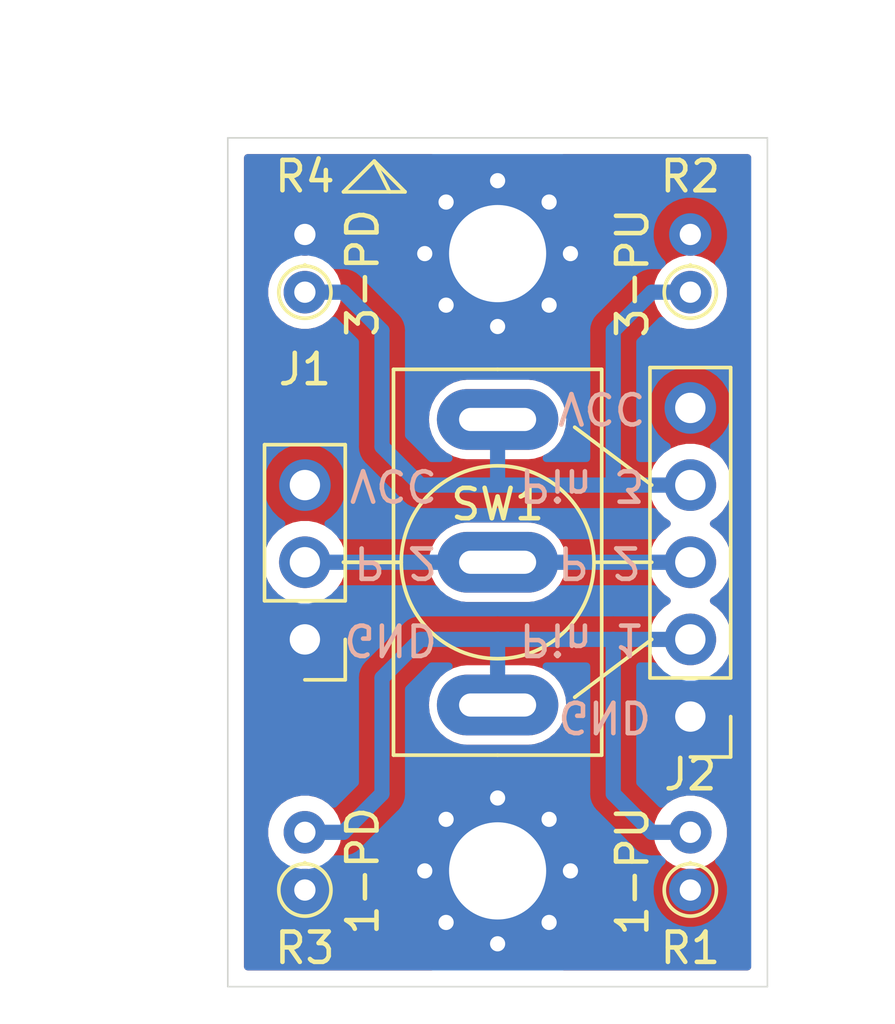
<source format=kicad_pcb>
(kicad_pcb (version 20171130) (host pcbnew "(5.1.10)-1")

  (general
    (thickness 1.6)
    (drawings 27)
    (tracks 23)
    (zones 0)
    (modules 9)
    (nets 6)
  )

  (page A4)
  (layers
    (0 F.Cu signal)
    (31 B.Cu signal)
    (32 B.Adhes user)
    (33 F.Adhes user)
    (34 B.Paste user)
    (35 F.Paste user)
    (36 B.SilkS user)
    (37 F.SilkS user)
    (38 B.Mask user)
    (39 F.Mask user)
    (40 Dwgs.User user)
    (41 Cmts.User user)
    (42 Eco1.User user)
    (43 Eco2.User user)
    (44 Edge.Cuts user)
    (45 Margin user)
    (46 B.CrtYd user)
    (47 F.CrtYd user)
    (48 B.Fab user)
    (49 F.Fab user)
  )

  (setup
    (last_trace_width 0.25)
    (user_trace_width 0.5)
    (trace_clearance 0.2)
    (zone_clearance 0.508)
    (zone_45_only no)
    (trace_min 0.2)
    (via_size 0.8)
    (via_drill 0.4)
    (via_min_size 0.4)
    (via_min_drill 0.3)
    (uvia_size 0.3)
    (uvia_drill 0.1)
    (uvias_allowed no)
    (uvia_min_size 0.2)
    (uvia_min_drill 0.1)
    (edge_width 0.05)
    (segment_width 0.2)
    (pcb_text_width 0.3)
    (pcb_text_size 1.5 1.5)
    (mod_edge_width 0.12)
    (mod_text_size 1 1)
    (mod_text_width 0.15)
    (pad_size 1.524 1.524)
    (pad_drill 0.762)
    (pad_to_mask_clearance 0)
    (aux_axis_origin 0 0)
    (visible_elements 7FFFFFFF)
    (pcbplotparams
      (layerselection 0x010fc_ffffffff)
      (usegerberextensions false)
      (usegerberattributes true)
      (usegerberadvancedattributes true)
      (creategerberjobfile true)
      (excludeedgelayer true)
      (linewidth 0.100000)
      (plotframeref false)
      (viasonmask false)
      (mode 1)
      (useauxorigin false)
      (hpglpennumber 1)
      (hpglpenspeed 20)
      (hpglpendiameter 15.000000)
      (psnegative false)
      (psa4output false)
      (plotreference true)
      (plotvalue true)
      (plotinvisibletext false)
      (padsonsilk false)
      (subtractmaskfromsilk false)
      (outputformat 1)
      (mirror false)
      (drillshape 0)
      (scaleselection 1)
      (outputdirectory "gerber/"))
  )

  (net 0 "")
  (net 1 "Net-(J1-Pad2)")
  (net 2 GND)
  (net 3 VCC)
  (net 4 "Net-(J2-Pad2)")
  (net 5 "Net-(J2-Pad4)")

  (net_class Default "This is the default net class."
    (clearance 0.2)
    (trace_width 0.25)
    (via_dia 0.8)
    (via_drill 0.4)
    (uvia_dia 0.3)
    (uvia_drill 0.1)
    (add_net GND)
    (add_net "Net-(J1-Pad2)")
    (add_net "Net-(J2-Pad2)")
    (add_net "Net-(J2-Pad4)")
    (add_net VCC)
  )

  (module Mounting_Holes:MountingHole_3.2mm_M3_Pad_Via (layer F.Cu) (tedit 56DDBCCA) (tstamp 613456EC)
    (at 166.37 95.25)
    (descr "Mounting Hole 3.2mm, M3")
    (tags "mounting hole 3.2mm m3")
    (path /6135844A)
    (attr virtual)
    (fp_text reference H1 (at 0 0) (layer F.SilkS) hide
      (effects (font (size 1 1) (thickness 0.15)))
    )
    (fp_text value MountingHole_Pad (at 0 4.2) (layer F.Fab)
      (effects (font (size 1 1) (thickness 0.15)))
    )
    (fp_circle (center 0 0) (end 3.2 0) (layer Cmts.User) (width 0.15))
    (fp_circle (center 0 0) (end 3.45 0) (layer F.CrtYd) (width 0.05))
    (fp_text user %R (at 0.3 0) (layer F.Fab)
      (effects (font (size 1 1) (thickness 0.15)))
    )
    (pad 1 thru_hole circle (at 0 0) (size 6.4 6.4) (drill 3.2) (layers *.Cu *.Mask)
      (net 2 GND))
    (pad 1 thru_hole circle (at 2.4 0) (size 0.8 0.8) (drill 0.5) (layers *.Cu *.Mask)
      (net 2 GND))
    (pad 1 thru_hole circle (at 1.697056 1.697056) (size 0.8 0.8) (drill 0.5) (layers *.Cu *.Mask)
      (net 2 GND))
    (pad 1 thru_hole circle (at 0 2.4) (size 0.8 0.8) (drill 0.5) (layers *.Cu *.Mask)
      (net 2 GND))
    (pad 1 thru_hole circle (at -1.697056 1.697056) (size 0.8 0.8) (drill 0.5) (layers *.Cu *.Mask)
      (net 2 GND))
    (pad 1 thru_hole circle (at -2.4 0) (size 0.8 0.8) (drill 0.5) (layers *.Cu *.Mask)
      (net 2 GND))
    (pad 1 thru_hole circle (at -1.697056 -1.697056) (size 0.8 0.8) (drill 0.5) (layers *.Cu *.Mask)
      (net 2 GND))
    (pad 1 thru_hole circle (at 0 -2.4) (size 0.8 0.8) (drill 0.5) (layers *.Cu *.Mask)
      (net 2 GND))
    (pad 1 thru_hole circle (at 1.697056 -1.697056) (size 0.8 0.8) (drill 0.5) (layers *.Cu *.Mask)
      (net 2 GND))
  )

  (module "Sebs:Salecom T80-T T8013" (layer F.Cu) (tedit 6134B3EE) (tstamp 61344D3A)
    (at 166.37 105.41)
    (path /61346AE9)
    (fp_text reference SW1 (at 0 -1.905 180) (layer F.SilkS)
      (effects (font (size 1 1) (thickness 0.15)))
    )
    (fp_text value SC-T80-8013 (at -0.1 -9.8) (layer F.Fab)
      (effects (font (size 1 1) (thickness 0.15)))
    )
    (fp_line (start 0 6.35) (end 3.43 6.35) (layer F.SilkS) (width 0.12))
    (fp_circle (center 0 0) (end 3.175 0) (layer F.SilkS) (width 0.12))
    (fp_line (start -3.43 6.35) (end 0 6.35) (layer F.SilkS) (width 0.12))
    (fp_line (start 0 -6.35) (end 3.43 -6.35) (layer F.SilkS) (width 0.12))
    (fp_line (start 0 -6.35) (end -3.43 -6.35) (layer F.SilkS) (width 0.12))
    (fp_line (start 3.43 6.35) (end 3.43 -6.35) (layer F.SilkS) (width 0.12))
    (fp_line (start -3.43 -6.35) (end -3.43 6.35) (layer F.SilkS) (width 0.12))
    (fp_circle (center 0 0) (end 6.35 0) (layer F.CrtYd) (width 0.12))
    (pad 1 thru_hole oval (at 0 4.7 90) (size 2 4) (drill oval 0.762 2.54) (layers *.Cu *.Mask)
      (net 4 "Net-(J2-Pad2)"))
    (pad 2 thru_hole oval (at 0 0 90) (size 2 4) (drill oval 0.762 2.54) (layers *.Cu *.Mask)
      (net 1 "Net-(J1-Pad2)"))
    (pad 3 thru_hole oval (at 0 -4.7 90) (size 2 4) (drill oval 0.762 2.54) (layers *.Cu *.Mask)
      (net 5 "Net-(J2-Pad4)"))
    (model "C:/Users/hegar/OneDrive/KICAD/Librarys/Sebs/Sebs-3d.3dshapes/SC_T8013 v7.step"
      (offset (xyz -3.4 6.45 0.2))
      (scale (xyz 1 1 1))
      (rotate (xyz 0 0 90))
    )
  )

  (module Pin_Headers:Pin_Header_Straight_1x03_Pitch2.54mm (layer F.Cu) (tedit 59650532) (tstamp 61344D28)
    (at 160.02 107.95 180)
    (descr "Through hole straight pin header, 1x03, 2.54mm pitch, single row")
    (tags "Through hole pin header THT 1x03 2.54mm single row")
    (path /613447CD)
    (fp_text reference J1 (at 0 8.89) (layer F.SilkS)
      (effects (font (size 1 1) (thickness 0.15)))
    )
    (fp_text value Conn_01x03_Male (at 0 7.41) (layer F.Fab)
      (effects (font (size 1 1) (thickness 0.15)))
    )
    (fp_line (start 1.8 -1.8) (end -1.8 -1.8) (layer F.CrtYd) (width 0.05))
    (fp_line (start 1.8 6.85) (end 1.8 -1.8) (layer F.CrtYd) (width 0.05))
    (fp_line (start -1.8 6.85) (end 1.8 6.85) (layer F.CrtYd) (width 0.05))
    (fp_line (start -1.8 -1.8) (end -1.8 6.85) (layer F.CrtYd) (width 0.05))
    (fp_line (start -1.33 -1.33) (end 0 -1.33) (layer F.SilkS) (width 0.12))
    (fp_line (start -1.33 0) (end -1.33 -1.33) (layer F.SilkS) (width 0.12))
    (fp_line (start -1.33 1.27) (end 1.33 1.27) (layer F.SilkS) (width 0.12))
    (fp_line (start 1.33 1.27) (end 1.33 6.41) (layer F.SilkS) (width 0.12))
    (fp_line (start -1.33 1.27) (end -1.33 6.41) (layer F.SilkS) (width 0.12))
    (fp_line (start -1.33 6.41) (end 1.33 6.41) (layer F.SilkS) (width 0.12))
    (fp_line (start -1.27 -0.635) (end -0.635 -1.27) (layer F.Fab) (width 0.1))
    (fp_line (start -1.27 6.35) (end -1.27 -0.635) (layer F.Fab) (width 0.1))
    (fp_line (start 1.27 6.35) (end -1.27 6.35) (layer F.Fab) (width 0.1))
    (fp_line (start 1.27 -1.27) (end 1.27 6.35) (layer F.Fab) (width 0.1))
    (fp_line (start -0.635 -1.27) (end 1.27 -1.27) (layer F.Fab) (width 0.1))
    (fp_text user %R (at 0 2.54 90) (layer F.Fab)
      (effects (font (size 1 1) (thickness 0.15)))
    )
    (pad 1 thru_hole rect (at 0 0 180) (size 1.7 1.7) (drill 1) (layers *.Cu *.Mask)
      (net 2 GND))
    (pad 2 thru_hole oval (at 0 2.54 180) (size 1.7 1.7) (drill 1) (layers *.Cu *.Mask)
      (net 1 "Net-(J1-Pad2)"))
    (pad 3 thru_hole oval (at 0 5.08 180) (size 1.7 1.7) (drill 1) (layers *.Cu *.Mask)
      (net 3 VCC))
    (model ${KISYS3DMOD}/Pin_Headers.3dshapes/Pin_Header_Straight_1x03_Pitch2.54mm.wrl
      (offset (xyz 0 -2.5 0))
      (scale (xyz 1 1 1))
      (rotate (xyz 0 0 -90))
    )
  )

  (module Resistors_THT:R_Axial_DIN0204_L3.6mm_D1.6mm_P1.90mm_Vertical (layer F.Cu) (tedit 5874F706) (tstamp 613465AB)
    (at 160.02 96.52 90)
    (descr "Resistor, Axial_DIN0204 series, Axial, Vertical, pin pitch=1.9mm, 0.16666666666666666W = 1/6W, length*diameter=3.6*1.6mm^2, http://cdn-reichelt.de/documents/datenblatt/B400/1_4W%23YAG.pdf")
    (tags "Resistor Axial_DIN0204 series Axial Vertical pin pitch 1.9mm 0.16666666666666666W = 1/6W length 3.6mm diameter 1.6mm")
    (path /6134CB74)
    (fp_text reference R4 (at 3.81 0 180) (layer F.SilkS)
      (effects (font (size 1 1) (thickness 0.15)))
    )
    (fp_text value R (at -0.07 3 90) (layer F.Fab)
      (effects (font (size 1 1) (thickness 0.15)))
    )
    (fp_line (start 2.95 -1.15) (end -1.15 -1.15) (layer F.CrtYd) (width 0.05))
    (fp_line (start 2.95 1.15) (end 2.95 -1.15) (layer F.CrtYd) (width 0.05))
    (fp_line (start -1.15 1.15) (end 2.95 1.15) (layer F.CrtYd) (width 0.05))
    (fp_line (start -1.15 -1.15) (end -1.15 1.15) (layer F.CrtYd) (width 0.05))
    (fp_line (start 0.86 0) (end 0.9 0) (layer F.SilkS) (width 0.12))
    (fp_line (start 0 0) (end 1.9 0) (layer F.Fab) (width 0.1))
    (fp_circle (center 0 0) (end 0.86 0) (layer F.SilkS) (width 0.12))
    (fp_circle (center 0 0) (end 0.8 0) (layer F.Fab) (width 0.1))
    (pad 1 thru_hole circle (at 0 0 90) (size 1.4 1.4) (drill 0.7) (layers *.Cu *.Mask)
      (net 5 "Net-(J2-Pad4)"))
    (pad 2 thru_hole oval (at 1.9 0 90) (size 1.4 1.4) (drill 0.7) (layers *.Cu *.Mask)
      (net 2 GND))
  )

  (module Resistors_THT:R_Axial_DIN0204_L3.6mm_D1.6mm_P1.90mm_Vertical (layer F.Cu) (tedit 5874F706) (tstamp 613465A8)
    (at 160.02 116.2 90)
    (descr "Resistor, Axial_DIN0204 series, Axial, Vertical, pin pitch=1.9mm, 0.16666666666666666W = 1/6W, length*diameter=3.6*1.6mm^2, http://cdn-reichelt.de/documents/datenblatt/B400/1_4W%23YAG.pdf")
    (tags "Resistor Axial_DIN0204 series Axial Vertical pin pitch 1.9mm 0.16666666666666666W = 1/6W length 3.6mm diameter 1.6mm")
    (path /6134D62F)
    (fp_text reference R3 (at -1.91 0 180) (layer F.SilkS)
      (effects (font (size 1 1) (thickness 0.15)))
    )
    (fp_text value R (at 0.95 1.86 90) (layer F.Fab)
      (effects (font (size 1 1) (thickness 0.15)))
    )
    (fp_line (start 2.95 -1.15) (end -1.15 -1.15) (layer F.CrtYd) (width 0.05))
    (fp_line (start 2.95 1.15) (end 2.95 -1.15) (layer F.CrtYd) (width 0.05))
    (fp_line (start -1.15 1.15) (end 2.95 1.15) (layer F.CrtYd) (width 0.05))
    (fp_line (start -1.15 -1.15) (end -1.15 1.15) (layer F.CrtYd) (width 0.05))
    (fp_line (start 0.86 0) (end 0.9 0) (layer F.SilkS) (width 0.12))
    (fp_line (start 0 0) (end 1.9 0) (layer F.Fab) (width 0.1))
    (fp_circle (center 0 0) (end 0.86 0) (layer F.SilkS) (width 0.12))
    (fp_circle (center 0 0) (end 0.8 0) (layer F.Fab) (width 0.1))
    (pad 1 thru_hole circle (at 0 0 90) (size 1.4 1.4) (drill 0.7) (layers *.Cu *.Mask)
      (net 2 GND))
    (pad 2 thru_hole oval (at 1.9 0 90) (size 1.4 1.4) (drill 0.7) (layers *.Cu *.Mask)
      (net 4 "Net-(J2-Pad2)"))
  )

  (module Resistors_THT:R_Axial_DIN0204_L3.6mm_D1.6mm_P1.90mm_Vertical (layer F.Cu) (tedit 5874F706) (tstamp 613465A5)
    (at 172.72 96.52 90)
    (descr "Resistor, Axial_DIN0204 series, Axial, Vertical, pin pitch=1.9mm, 0.16666666666666666W = 1/6W, length*diameter=3.6*1.6mm^2, http://cdn-reichelt.de/documents/datenblatt/B400/1_4W%23YAG.pdf")
    (tags "Resistor Axial_DIN0204 series Axial Vertical pin pitch 1.9mm 0.16666666666666666W = 1/6W length 3.6mm diameter 1.6mm")
    (path /6135CCAE)
    (fp_text reference R2 (at 3.81 0 180) (layer F.SilkS)
      (effects (font (size 1 1) (thickness 0.15)))
    )
    (fp_text value R (at 0.95 1.86 90) (layer F.Fab)
      (effects (font (size 1 1) (thickness 0.15)))
    )
    (fp_line (start 2.95 -1.15) (end -1.15 -1.15) (layer F.CrtYd) (width 0.05))
    (fp_line (start 2.95 1.15) (end 2.95 -1.15) (layer F.CrtYd) (width 0.05))
    (fp_line (start -1.15 1.15) (end 2.95 1.15) (layer F.CrtYd) (width 0.05))
    (fp_line (start -1.15 -1.15) (end -1.15 1.15) (layer F.CrtYd) (width 0.05))
    (fp_line (start 0.86 0) (end 0.9 0) (layer F.SilkS) (width 0.12))
    (fp_line (start 0 0) (end 1.9 0) (layer F.Fab) (width 0.1))
    (fp_circle (center 0 0) (end 0.86 0) (layer F.SilkS) (width 0.12))
    (fp_circle (center 0 0) (end 0.8 0) (layer F.Fab) (width 0.1))
    (pad 1 thru_hole circle (at 0 0 90) (size 1.4 1.4) (drill 0.7) (layers *.Cu *.Mask)
      (net 5 "Net-(J2-Pad4)"))
    (pad 2 thru_hole oval (at 1.9 0 90) (size 1.4 1.4) (drill 0.7) (layers *.Cu *.Mask)
      (net 3 VCC))
    (model ${KISYS3DMOD}/Resistors_THT.3dshapes/R_Axial_DIN0204_L3.6mm_D1.6mm_P1.90mm_Vertical.wrl
      (at (xyz 0 0 0))
      (scale (xyz 0.393701 0.393701 0.393701))
      (rotate (xyz 0 0 0))
    )
  )

  (module Resistors_THT:R_Axial_DIN0204_L3.6mm_D1.6mm_P1.90mm_Vertical (layer F.Cu) (tedit 5874F706) (tstamp 613465A2)
    (at 172.72 116.2 90)
    (descr "Resistor, Axial_DIN0204 series, Axial, Vertical, pin pitch=1.9mm, 0.16666666666666666W = 1/6W, length*diameter=3.6*1.6mm^2, http://cdn-reichelt.de/documents/datenblatt/B400/1_4W%23YAG.pdf")
    (tags "Resistor Axial_DIN0204 series Axial Vertical pin pitch 1.9mm 0.16666666666666666W = 1/6W length 3.6mm diameter 1.6mm")
    (path /6135C881)
    (fp_text reference R1 (at -1.91 0 180) (layer F.SilkS)
      (effects (font (size 1 1) (thickness 0.15)))
    )
    (fp_text value R (at 0.95 1.86 90) (layer F.Fab)
      (effects (font (size 1 1) (thickness 0.15)))
    )
    (fp_line (start 2.95 -1.15) (end -1.15 -1.15) (layer F.CrtYd) (width 0.05))
    (fp_line (start 2.95 1.15) (end 2.95 -1.15) (layer F.CrtYd) (width 0.05))
    (fp_line (start -1.15 1.15) (end 2.95 1.15) (layer F.CrtYd) (width 0.05))
    (fp_line (start -1.15 -1.15) (end -1.15 1.15) (layer F.CrtYd) (width 0.05))
    (fp_line (start 0.86 0) (end 0.9 0) (layer F.SilkS) (width 0.12))
    (fp_line (start 0 0) (end 1.9 0) (layer F.Fab) (width 0.1))
    (fp_circle (center 0 0) (end 0.86 0) (layer F.SilkS) (width 0.12))
    (fp_circle (center 0 0) (end 0.8 0) (layer F.Fab) (width 0.1))
    (pad 1 thru_hole circle (at 0 0 90) (size 1.4 1.4) (drill 0.7) (layers *.Cu *.Mask)
      (net 3 VCC))
    (pad 2 thru_hole oval (at 1.9 0 90) (size 1.4 1.4) (drill 0.7) (layers *.Cu *.Mask)
      (net 4 "Net-(J2-Pad2)"))
    (model ${KISYS3DMOD}/Resistors_THT.3dshapes/R_Axial_DIN0204_L3.6mm_D1.6mm_P1.90mm_Vertical.wrl
      (at (xyz 0 0 0))
      (scale (xyz 0.393701 0.393701 0.393701))
      (rotate (xyz 0 0 0))
    )
  )

  (module Pin_Headers:Pin_Header_Straight_1x05_Pitch2.54mm (layer F.Cu) (tedit 59650532) (tstamp 61344D2B)
    (at 172.72 110.49 180)
    (descr "Through hole straight pin header, 1x05, 2.54mm pitch, single row")
    (tags "Through hole pin header THT 1x05 2.54mm single row")
    (path /61345170)
    (fp_text reference J2 (at 0 -1.905) (layer F.SilkS)
      (effects (font (size 1 1) (thickness 0.15)))
    )
    (fp_text value Conn_01x05_Male (at 0 12.49) (layer F.Fab)
      (effects (font (size 1 1) (thickness 0.15)))
    )
    (fp_line (start -0.635 -1.27) (end 1.27 -1.27) (layer F.Fab) (width 0.1))
    (fp_line (start 1.27 -1.27) (end 1.27 11.43) (layer F.Fab) (width 0.1))
    (fp_line (start 1.27 11.43) (end -1.27 11.43) (layer F.Fab) (width 0.1))
    (fp_line (start -1.27 11.43) (end -1.27 -0.635) (layer F.Fab) (width 0.1))
    (fp_line (start -1.27 -0.635) (end -0.635 -1.27) (layer F.Fab) (width 0.1))
    (fp_line (start -1.33 11.49) (end 1.33 11.49) (layer F.SilkS) (width 0.12))
    (fp_line (start -1.33 1.27) (end -1.33 11.49) (layer F.SilkS) (width 0.12))
    (fp_line (start 1.33 1.27) (end 1.33 11.49) (layer F.SilkS) (width 0.12))
    (fp_line (start -1.33 1.27) (end 1.33 1.27) (layer F.SilkS) (width 0.12))
    (fp_line (start -1.33 0) (end -1.33 -1.33) (layer F.SilkS) (width 0.12))
    (fp_line (start -1.33 -1.33) (end 0 -1.33) (layer F.SilkS) (width 0.12))
    (fp_line (start -1.8 -1.8) (end -1.8 11.95) (layer F.CrtYd) (width 0.05))
    (fp_line (start -1.8 11.95) (end 1.8 11.95) (layer F.CrtYd) (width 0.05))
    (fp_line (start 1.8 11.95) (end 1.8 -1.8) (layer F.CrtYd) (width 0.05))
    (fp_line (start 1.8 -1.8) (end -1.8 -1.8) (layer F.CrtYd) (width 0.05))
    (fp_text user %R (at 0 5.08 90) (layer F.Fab)
      (effects (font (size 1 1) (thickness 0.15)))
    )
    (pad 1 thru_hole rect (at 0 0 180) (size 1.7 1.7) (drill 1) (layers *.Cu *.Mask)
      (net 2 GND))
    (pad 2 thru_hole oval (at 0 2.54 180) (size 1.7 1.7) (drill 1) (layers *.Cu *.Mask)
      (net 4 "Net-(J2-Pad2)"))
    (pad 3 thru_hole oval (at 0 5.08 180) (size 1.7 1.7) (drill 1) (layers *.Cu *.Mask)
      (net 1 "Net-(J1-Pad2)"))
    (pad 4 thru_hole oval (at 0 7.62 180) (size 1.7 1.7) (drill 1) (layers *.Cu *.Mask)
      (net 5 "Net-(J2-Pad4)"))
    (pad 5 thru_hole oval (at 0 10.16 180) (size 1.7 1.7) (drill 1) (layers *.Cu *.Mask)
      (net 3 VCC))
    (model ${KISYS3DMOD}/Pin_Headers.3dshapes/Pin_Header_Straight_1x05_Pitch2.54mm.wrl
      (offset (xyz 0 -5 -1.5))
      (scale (xyz 1 1 1))
      (rotate (xyz -180 0 -90))
    )
  )

  (module Mounting_Holes:MountingHole_3.2mm_M3_Pad_Via (layer F.Cu) (tedit 56DDBCCA) (tstamp 613456EF)
    (at 166.37 115.57)
    (descr "Mounting Hole 3.2mm, M3")
    (tags "mounting hole 3.2mm m3")
    (path /61359795)
    (attr virtual)
    (fp_text reference H2 (at 0 0) (layer F.SilkS) hide
      (effects (font (size 1 1) (thickness 0.15)))
    )
    (fp_text value MountingHole_Pad (at 0 4.2) (layer F.Fab)
      (effects (font (size 1 1) (thickness 0.15)))
    )
    (fp_circle (center 0 0) (end 3.2 0) (layer Cmts.User) (width 0.15))
    (fp_circle (center 0 0) (end 3.45 0) (layer F.CrtYd) (width 0.05))
    (fp_text user %R (at 0.3 0) (layer F.Fab)
      (effects (font (size 1 1) (thickness 0.15)))
    )
    (pad 1 thru_hole circle (at 0 0) (size 6.4 6.4) (drill 3.2) (layers *.Cu *.Mask)
      (net 2 GND))
    (pad 1 thru_hole circle (at 2.4 0) (size 0.8 0.8) (drill 0.5) (layers *.Cu *.Mask)
      (net 2 GND))
    (pad 1 thru_hole circle (at 1.697056 1.697056) (size 0.8 0.8) (drill 0.5) (layers *.Cu *.Mask)
      (net 2 GND))
    (pad 1 thru_hole circle (at 0 2.4) (size 0.8 0.8) (drill 0.5) (layers *.Cu *.Mask)
      (net 2 GND))
    (pad 1 thru_hole circle (at -1.697056 1.697056) (size 0.8 0.8) (drill 0.5) (layers *.Cu *.Mask)
      (net 2 GND))
    (pad 1 thru_hole circle (at -2.4 0) (size 0.8 0.8) (drill 0.5) (layers *.Cu *.Mask)
      (net 2 GND))
    (pad 1 thru_hole circle (at -1.697056 -1.697056) (size 0.8 0.8) (drill 0.5) (layers *.Cu *.Mask)
      (net 2 GND))
    (pad 1 thru_hole circle (at 0 -2.4) (size 0.8 0.8) (drill 0.5) (layers *.Cu *.Mask)
      (net 2 GND))
    (pad 1 thru_hole circle (at 1.697056 -1.697056) (size 0.8 0.8) (drill 0.5) (layers *.Cu *.Mask)
      (net 2 GND))
  )

  (gr_line (start 162.306 92.202) (end 162.814 93.218) (layer F.SilkS) (width 0.12))
  (gr_line (start 163.322 93.218) (end 161.29 93.218) (layer F.SilkS) (width 0.12) (tstamp 61371F94))
  (gr_line (start 162.306 92.202) (end 163.322 93.218) (layer F.SilkS) (width 0.12))
  (gr_line (start 161.29 93.218) (end 162.306 92.202) (layer F.SilkS) (width 0.12))
  (dimension 27.94 (width 0.15) (layer Dwgs.User)
    (gr_text "27.940 mm" (at 153.64 105.41 270) (layer Dwgs.User)
      (effects (font (size 1 1) (thickness 0.15)))
    )
    (feature1 (pts (xy 157.48 119.38) (xy 154.353579 119.38)))
    (feature2 (pts (xy 157.48 91.44) (xy 154.353579 91.44)))
    (crossbar (pts (xy 154.94 91.44) (xy 154.94 119.38)))
    (arrow1a (pts (xy 154.94 119.38) (xy 154.353579 118.253496)))
    (arrow1b (pts (xy 154.94 119.38) (xy 155.526421 118.253496)))
    (arrow2a (pts (xy 154.94 91.44) (xy 154.353579 92.566504)))
    (arrow2b (pts (xy 154.94 91.44) (xy 155.526421 92.566504)))
  )
  (dimension 17.78 (width 0.15) (layer Dwgs.User)
    (gr_text "17.780 mm" (at 166.37 87.6) (layer Dwgs.User)
      (effects (font (size 1 1) (thickness 0.15)))
    )
    (feature1 (pts (xy 175.26 91.44) (xy 175.26 88.313579)))
    (feature2 (pts (xy 157.48 91.44) (xy 157.48 88.313579)))
    (crossbar (pts (xy 157.48 88.9) (xy 175.26 88.9)))
    (arrow1a (pts (xy 175.26 88.9) (xy 174.133496 89.486421)))
    (arrow1b (pts (xy 175.26 88.9) (xy 174.133496 88.313579)))
    (arrow2a (pts (xy 157.48 88.9) (xy 158.606504 89.486421)))
    (arrow2b (pts (xy 157.48 88.9) (xy 158.606504 88.313579)))
  )
  (gr_text "P 2" (at 164.465 105.41 180) (layer B.SilkS) (tstamp 613487EB)
    (effects (font (size 1 1) (thickness 0.15)) (justify right mirror))
  )
  (gr_text "Pin 1" (at 167.005 107.95 180) (layer B.SilkS) (tstamp 613482EE)
    (effects (font (size 1 1) (thickness 0.15)) (justify left mirror))
  )
  (gr_text "P 2" (at 168.275 105.41 180) (layer B.SilkS) (tstamp 613482EC)
    (effects (font (size 1 1) (thickness 0.15)) (justify left mirror))
  )
  (gr_text "Pin 3" (at 167.005 102.87 180) (layer B.SilkS) (tstamp 613482E8)
    (effects (font (size 1 1) (thickness 0.15)) (justify left mirror))
  )
  (gr_text GND (at 168.275 110.49 180) (layer B.SilkS) (tstamp 6134803B)
    (effects (font (size 1 1) (thickness 0.15)) (justify left mirror))
  )
  (gr_text VCC (at 168.275 100.33 180) (layer B.SilkS) (tstamp 6134802A)
    (effects (font (size 1 1) (thickness 0.15)) (justify left mirror))
  )
  (gr_line (start 171.45 102.87) (end 168.91 100.965) (layer F.SilkS) (width 0.12))
  (gr_line (start 171.45 107.95) (end 168.91 109.855) (layer F.SilkS) (width 0.12))
  (gr_text 3-PU (at 170.815 95.885 90) (layer F.SilkS) (tstamp 61347CDB)
    (effects (font (size 1 1) (thickness 0.15)))
  )
  (gr_text 1-PU (at 170.815 115.57 90) (layer F.SilkS) (tstamp 61347CD8)
    (effects (font (size 1 1) (thickness 0.15)))
  )
  (gr_text 1-PD (at 161.925 115.57 90) (layer F.SilkS) (tstamp 61347CD6)
    (effects (font (size 1 1) (thickness 0.15)))
  )
  (gr_text 3-PD (at 161.925 95.885 90) (layer F.SilkS)
    (effects (font (size 1 1) (thickness 0.15)))
  )
  (gr_line (start 169.545 105.41) (end 171.45 105.41) (layer F.SilkS) (width 0.12))
  (gr_line (start 163.195 105.41) (end 161.29 105.41) (layer F.SilkS) (width 0.12) (tstamp 61347B91))
  (gr_line (start 161.29 105.41) (end 163.195 105.41) (layer F.SilkS) (width 0.12))
  (gr_text GND (at 164.465 107.95 180) (layer B.SilkS)
    (effects (font (size 1 1) (thickness 0.15)) (justify right mirror))
  )
  (gr_text VCC (at 164.465 102.87 180) (layer B.SilkS)
    (effects (font (size 1 1) (thickness 0.15)) (justify right mirror))
  )
  (gr_line (start 157.48 119.38) (end 157.48 91.44) (layer Edge.Cuts) (width 0.05) (tstamp 613448D7))
  (gr_line (start 175.26 119.38) (end 157.48 119.38) (layer Edge.Cuts) (width 0.05))
  (gr_line (start 175.26 91.44) (end 175.26 119.38) (layer Edge.Cuts) (width 0.05))
  (gr_line (start 157.48 91.44) (end 175.26 91.44) (layer Edge.Cuts) (width 0.05))

  (segment (start 160.02 105.41) (end 166.37 105.41) (width 0.5) (layer B.Cu) (net 1))
  (segment (start 166.37 105.41) (end 172.72 105.41) (width 0.5) (layer B.Cu) (net 1))
  (segment (start 166.37 107.95) (end 166.37 110.11) (width 0.5) (layer B.Cu) (net 4))
  (segment (start 171.45 107.95) (end 172.72 107.95) (width 0.25) (layer B.Cu) (net 4))
  (segment (start 170.18 107.95) (end 166.37 107.95) (width 0.5) (layer B.Cu) (net 4))
  (segment (start 172.72 107.95) (end 170.18 107.95) (width 0.5) (layer B.Cu) (net 4))
  (segment (start 172.72 114.3) (end 171.45 114.3) (width 0.5) (layer B.Cu) (net 4))
  (segment (start 171.45 114.3) (end 170.18 113.03) (width 0.5) (layer B.Cu) (net 4))
  (segment (start 170.18 113.03) (end 170.18 107.95) (width 0.5) (layer B.Cu) (net 4))
  (segment (start 163.83 107.95) (end 166.37 107.95) (width 0.5) (layer B.Cu) (net 4))
  (segment (start 162.56 113.03) (end 162.56 109.22) (width 0.5) (layer B.Cu) (net 4))
  (segment (start 162.56 109.22) (end 163.83 107.95) (width 0.5) (layer B.Cu) (net 4))
  (segment (start 161.29 114.3) (end 162.56 113.03) (width 0.5) (layer B.Cu) (net 4))
  (segment (start 160.02 114.3) (end 161.29 114.3) (width 0.5) (layer B.Cu) (net 4))
  (segment (start 166.37 102.87) (end 166.37 100.71) (width 0.5) (layer B.Cu) (net 5))
  (segment (start 172.72 96.52) (end 171.45 96.52) (width 0.5) (layer B.Cu) (net 5))
  (segment (start 171.45 96.52) (end 170.18 97.79) (width 0.5) (layer B.Cu) (net 5))
  (segment (start 163.83 102.87) (end 172.72 102.87) (width 0.5) (layer B.Cu) (net 5))
  (segment (start 162.56 97.79) (end 162.56 101.6) (width 0.5) (layer B.Cu) (net 5))
  (segment (start 162.56 101.6) (end 163.83 102.87) (width 0.5) (layer B.Cu) (net 5))
  (segment (start 161.29 96.52) (end 162.56 97.79) (width 0.5) (layer B.Cu) (net 5))
  (segment (start 160.02 96.52) (end 161.29 96.52) (width 0.5) (layer B.Cu) (net 5))
  (segment (start 170.18 97.79) (end 170.18 102.87) (width 0.5) (layer B.Cu) (net 5))

  (zone (net 3) (net_name VCC) (layer F.Cu) (tstamp 61348CBF) (hatch edge 0.508)
    (connect_pads yes (clearance 0.508))
    (min_thickness 0.254)
    (fill yes (arc_segments 32) (thermal_gap 0.508) (thermal_bridge_width 0.508))
    (polygon
      (pts
        (xy 175.26 119.38) (xy 157.48 119.38) (xy 157.48 91.44) (xy 175.26 91.44)
      )
    )
    (filled_polygon
      (pts
        (xy 163.92533 92.271161) (xy 163.391161 92.80533) (xy 162.971467 93.433446) (xy 162.682377 94.131372) (xy 162.535 94.872285)
        (xy 162.535 95.627715) (xy 162.682377 96.368628) (xy 162.971467 97.066554) (xy 163.391161 97.69467) (xy 163.92533 98.228839)
        (xy 164.553446 98.648533) (xy 165.251372 98.937623) (xy 165.992285 99.085) (xy 166.747715 99.085) (xy 167.488628 98.937623)
        (xy 168.186554 98.648533) (xy 168.81467 98.228839) (xy 169.348839 97.69467) (xy 169.768533 97.066554) (xy 170.049385 96.388514)
        (xy 171.385 96.388514) (xy 171.385 96.651486) (xy 171.436304 96.909405) (xy 171.536939 97.152359) (xy 171.683038 97.371013)
        (xy 171.868987 97.556962) (xy 172.087641 97.703061) (xy 172.330595 97.803696) (xy 172.588514 97.855) (xy 172.851486 97.855)
        (xy 173.109405 97.803696) (xy 173.352359 97.703061) (xy 173.571013 97.556962) (xy 173.756962 97.371013) (xy 173.903061 97.152359)
        (xy 174.003696 96.909405) (xy 174.055 96.651486) (xy 174.055 96.388514) (xy 174.003696 96.130595) (xy 173.903061 95.887641)
        (xy 173.756962 95.668987) (xy 173.571013 95.483038) (xy 173.352359 95.336939) (xy 173.109405 95.236304) (xy 172.851486 95.185)
        (xy 172.588514 95.185) (xy 172.330595 95.236304) (xy 172.087641 95.336939) (xy 171.868987 95.483038) (xy 171.683038 95.668987)
        (xy 171.536939 95.887641) (xy 171.436304 96.130595) (xy 171.385 96.388514) (xy 170.049385 96.388514) (xy 170.057623 96.368628)
        (xy 170.205 95.627715) (xy 170.205 94.872285) (xy 170.057623 94.131372) (xy 169.768533 93.433446) (xy 169.348839 92.80533)
        (xy 168.81467 92.271161) (xy 168.55851 92.1) (xy 174.6 92.1) (xy 174.600001 118.72) (xy 168.55851 118.72)
        (xy 168.81467 118.548839) (xy 169.348839 118.01467) (xy 169.768533 117.386554) (xy 170.057623 116.688628) (xy 170.205 115.947715)
        (xy 170.205 115.192285) (xy 170.057623 114.451372) (xy 169.94046 114.168514) (xy 171.385 114.168514) (xy 171.385 114.431486)
        (xy 171.436304 114.689405) (xy 171.536939 114.932359) (xy 171.683038 115.151013) (xy 171.868987 115.336962) (xy 172.087641 115.483061)
        (xy 172.330595 115.583696) (xy 172.588514 115.635) (xy 172.851486 115.635) (xy 173.109405 115.583696) (xy 173.352359 115.483061)
        (xy 173.571013 115.336962) (xy 173.756962 115.151013) (xy 173.903061 114.932359) (xy 174.003696 114.689405) (xy 174.055 114.431486)
        (xy 174.055 114.168514) (xy 174.003696 113.910595) (xy 173.903061 113.667641) (xy 173.756962 113.448987) (xy 173.571013 113.263038)
        (xy 173.352359 113.116939) (xy 173.109405 113.016304) (xy 172.851486 112.965) (xy 172.588514 112.965) (xy 172.330595 113.016304)
        (xy 172.087641 113.116939) (xy 171.868987 113.263038) (xy 171.683038 113.448987) (xy 171.536939 113.667641) (xy 171.436304 113.910595)
        (xy 171.385 114.168514) (xy 169.94046 114.168514) (xy 169.768533 113.753446) (xy 169.348839 113.12533) (xy 168.81467 112.591161)
        (xy 168.186554 112.171467) (xy 167.488628 111.882377) (xy 166.747715 111.735) (xy 165.992285 111.735) (xy 165.251372 111.882377)
        (xy 164.553446 112.171467) (xy 163.92533 112.591161) (xy 163.391161 113.12533) (xy 162.971467 113.753446) (xy 162.682377 114.451372)
        (xy 162.535 115.192285) (xy 162.535 115.947715) (xy 162.682377 116.688628) (xy 162.971467 117.386554) (xy 163.391161 118.01467)
        (xy 163.92533 118.548839) (xy 164.18149 118.72) (xy 158.14 118.72) (xy 158.14 114.168514) (xy 158.685 114.168514)
        (xy 158.685 114.431486) (xy 158.736304 114.689405) (xy 158.836939 114.932359) (xy 158.983038 115.151013) (xy 159.082025 115.25)
        (xy 158.983038 115.348987) (xy 158.836939 115.567641) (xy 158.736304 115.810595) (xy 158.685 116.068514) (xy 158.685 116.331486)
        (xy 158.736304 116.589405) (xy 158.836939 116.832359) (xy 158.983038 117.051013) (xy 159.168987 117.236962) (xy 159.387641 117.383061)
        (xy 159.630595 117.483696) (xy 159.888514 117.535) (xy 160.151486 117.535) (xy 160.409405 117.483696) (xy 160.652359 117.383061)
        (xy 160.871013 117.236962) (xy 161.056962 117.051013) (xy 161.203061 116.832359) (xy 161.303696 116.589405) (xy 161.355 116.331486)
        (xy 161.355 116.068514) (xy 161.303696 115.810595) (xy 161.203061 115.567641) (xy 161.056962 115.348987) (xy 160.957975 115.25)
        (xy 161.056962 115.151013) (xy 161.203061 114.932359) (xy 161.303696 114.689405) (xy 161.355 114.431486) (xy 161.355 114.168514)
        (xy 161.303696 113.910595) (xy 161.203061 113.667641) (xy 161.056962 113.448987) (xy 160.871013 113.263038) (xy 160.652359 113.116939)
        (xy 160.409405 113.016304) (xy 160.151486 112.965) (xy 159.888514 112.965) (xy 159.630595 113.016304) (xy 159.387641 113.116939)
        (xy 159.168987 113.263038) (xy 158.983038 113.448987) (xy 158.836939 113.667641) (xy 158.736304 113.910595) (xy 158.685 114.168514)
        (xy 158.14 114.168514) (xy 158.14 110.11) (xy 163.978057 110.11) (xy 164.005764 110.391309) (xy 164.087818 110.661808)
        (xy 164.221068 110.911101) (xy 164.400392 111.129608) (xy 164.618899 111.308932) (xy 164.868192 111.442182) (xy 165.138691 111.524236)
        (xy 165.349508 111.545) (xy 167.390492 111.545) (xy 167.601309 111.524236) (xy 167.871808 111.442182) (xy 168.121101 111.308932)
        (xy 168.339608 111.129608) (xy 168.518932 110.911101) (xy 168.652182 110.661808) (xy 168.734236 110.391309) (xy 168.761943 110.11)
        (xy 168.734236 109.828691) (xy 168.676998 109.64) (xy 171.231928 109.64) (xy 171.231928 111.34) (xy 171.244188 111.464482)
        (xy 171.280498 111.58418) (xy 171.339463 111.694494) (xy 171.418815 111.791185) (xy 171.515506 111.870537) (xy 171.62582 111.929502)
        (xy 171.745518 111.965812) (xy 171.87 111.978072) (xy 173.57 111.978072) (xy 173.694482 111.965812) (xy 173.81418 111.929502)
        (xy 173.924494 111.870537) (xy 174.021185 111.791185) (xy 174.100537 111.694494) (xy 174.159502 111.58418) (xy 174.195812 111.464482)
        (xy 174.208072 111.34) (xy 174.208072 109.64) (xy 174.195812 109.515518) (xy 174.159502 109.39582) (xy 174.100537 109.285506)
        (xy 174.021185 109.188815) (xy 173.924494 109.109463) (xy 173.81418 109.050498) (xy 173.74162 109.028487) (xy 173.873475 108.896632)
        (xy 174.03599 108.653411) (xy 174.147932 108.383158) (xy 174.205 108.09626) (xy 174.205 107.80374) (xy 174.147932 107.516842)
        (xy 174.03599 107.246589) (xy 173.873475 107.003368) (xy 173.666632 106.796525) (xy 173.49224 106.68) (xy 173.666632 106.563475)
        (xy 173.873475 106.356632) (xy 174.03599 106.113411) (xy 174.147932 105.843158) (xy 174.205 105.55626) (xy 174.205 105.26374)
        (xy 174.147932 104.976842) (xy 174.03599 104.706589) (xy 173.873475 104.463368) (xy 173.666632 104.256525) (xy 173.49224 104.14)
        (xy 173.666632 104.023475) (xy 173.873475 103.816632) (xy 174.03599 103.573411) (xy 174.147932 103.303158) (xy 174.205 103.01626)
        (xy 174.205 102.72374) (xy 174.147932 102.436842) (xy 174.03599 102.166589) (xy 173.873475 101.923368) (xy 173.666632 101.716525)
        (xy 173.423411 101.55401) (xy 173.153158 101.442068) (xy 172.86626 101.385) (xy 172.57374 101.385) (xy 172.286842 101.442068)
        (xy 172.016589 101.55401) (xy 171.773368 101.716525) (xy 171.566525 101.923368) (xy 171.40401 102.166589) (xy 171.292068 102.436842)
        (xy 171.235 102.72374) (xy 171.235 103.01626) (xy 171.292068 103.303158) (xy 171.40401 103.573411) (xy 171.566525 103.816632)
        (xy 171.773368 104.023475) (xy 171.94776 104.14) (xy 171.773368 104.256525) (xy 171.566525 104.463368) (xy 171.40401 104.706589)
        (xy 171.292068 104.976842) (xy 171.235 105.26374) (xy 171.235 105.55626) (xy 171.292068 105.843158) (xy 171.40401 106.113411)
        (xy 171.566525 106.356632) (xy 171.773368 106.563475) (xy 171.94776 106.68) (xy 171.773368 106.796525) (xy 171.566525 107.003368)
        (xy 171.40401 107.246589) (xy 171.292068 107.516842) (xy 171.235 107.80374) (xy 171.235 108.09626) (xy 171.292068 108.383158)
        (xy 171.40401 108.653411) (xy 171.566525 108.896632) (xy 171.69838 109.028487) (xy 171.62582 109.050498) (xy 171.515506 109.109463)
        (xy 171.418815 109.188815) (xy 171.339463 109.285506) (xy 171.280498 109.39582) (xy 171.244188 109.515518) (xy 171.231928 109.64)
        (xy 168.676998 109.64) (xy 168.652182 109.558192) (xy 168.518932 109.308899) (xy 168.339608 109.090392) (xy 168.121101 108.911068)
        (xy 167.871808 108.777818) (xy 167.601309 108.695764) (xy 167.390492 108.675) (xy 165.349508 108.675) (xy 165.138691 108.695764)
        (xy 164.868192 108.777818) (xy 164.618899 108.911068) (xy 164.400392 109.090392) (xy 164.221068 109.308899) (xy 164.087818 109.558192)
        (xy 164.005764 109.828691) (xy 163.978057 110.11) (xy 158.14 110.11) (xy 158.14 107.1) (xy 158.531928 107.1)
        (xy 158.531928 108.8) (xy 158.544188 108.924482) (xy 158.580498 109.04418) (xy 158.639463 109.154494) (xy 158.718815 109.251185)
        (xy 158.815506 109.330537) (xy 158.92582 109.389502) (xy 159.045518 109.425812) (xy 159.17 109.438072) (xy 160.87 109.438072)
        (xy 160.994482 109.425812) (xy 161.11418 109.389502) (xy 161.224494 109.330537) (xy 161.321185 109.251185) (xy 161.400537 109.154494)
        (xy 161.459502 109.04418) (xy 161.495812 108.924482) (xy 161.508072 108.8) (xy 161.508072 107.1) (xy 161.495812 106.975518)
        (xy 161.459502 106.85582) (xy 161.400537 106.745506) (xy 161.321185 106.648815) (xy 161.224494 106.569463) (xy 161.11418 106.510498)
        (xy 161.04162 106.488487) (xy 161.173475 106.356632) (xy 161.33599 106.113411) (xy 161.447932 105.843158) (xy 161.505 105.55626)
        (xy 161.505 105.41) (xy 163.978057 105.41) (xy 164.005764 105.691309) (xy 164.087818 105.961808) (xy 164.221068 106.211101)
        (xy 164.400392 106.429608) (xy 164.618899 106.608932) (xy 164.868192 106.742182) (xy 165.138691 106.824236) (xy 165.349508 106.845)
        (xy 167.390492 106.845) (xy 167.601309 106.824236) (xy 167.871808 106.742182) (xy 168.121101 106.608932) (xy 168.339608 106.429608)
        (xy 168.518932 106.211101) (xy 168.652182 105.961808) (xy 168.734236 105.691309) (xy 168.761943 105.41) (xy 168.734236 105.128691)
        (xy 168.652182 104.858192) (xy 168.518932 104.608899) (xy 168.339608 104.390392) (xy 168.121101 104.211068) (xy 167.871808 104.077818)
        (xy 167.601309 103.995764) (xy 167.390492 103.975) (xy 165.349508 103.975) (xy 165.138691 103.995764) (xy 164.868192 104.077818)
        (xy 164.618899 104.211068) (xy 164.400392 104.390392) (xy 164.221068 104.608899) (xy 164.087818 104.858192) (xy 164.005764 105.128691)
        (xy 163.978057 105.41) (xy 161.505 105.41) (xy 161.505 105.26374) (xy 161.447932 104.976842) (xy 161.33599 104.706589)
        (xy 161.173475 104.463368) (xy 160.966632 104.256525) (xy 160.723411 104.09401) (xy 160.453158 103.982068) (xy 160.16626 103.925)
        (xy 159.87374 103.925) (xy 159.586842 103.982068) (xy 159.316589 104.09401) (xy 159.073368 104.256525) (xy 158.866525 104.463368)
        (xy 158.70401 104.706589) (xy 158.592068 104.976842) (xy 158.535 105.26374) (xy 158.535 105.55626) (xy 158.592068 105.843158)
        (xy 158.70401 106.113411) (xy 158.866525 106.356632) (xy 158.99838 106.488487) (xy 158.92582 106.510498) (xy 158.815506 106.569463)
        (xy 158.718815 106.648815) (xy 158.639463 106.745506) (xy 158.580498 106.85582) (xy 158.544188 106.975518) (xy 158.531928 107.1)
        (xy 158.14 107.1) (xy 158.14 100.71) (xy 163.978057 100.71) (xy 164.005764 100.991309) (xy 164.087818 101.261808)
        (xy 164.221068 101.511101) (xy 164.400392 101.729608) (xy 164.618899 101.908932) (xy 164.868192 102.042182) (xy 165.138691 102.124236)
        (xy 165.349508 102.145) (xy 167.390492 102.145) (xy 167.601309 102.124236) (xy 167.871808 102.042182) (xy 168.121101 101.908932)
        (xy 168.339608 101.729608) (xy 168.518932 101.511101) (xy 168.652182 101.261808) (xy 168.734236 100.991309) (xy 168.761943 100.71)
        (xy 168.734236 100.428691) (xy 168.652182 100.158192) (xy 168.518932 99.908899) (xy 168.339608 99.690392) (xy 168.121101 99.511068)
        (xy 167.871808 99.377818) (xy 167.601309 99.295764) (xy 167.390492 99.275) (xy 165.349508 99.275) (xy 165.138691 99.295764)
        (xy 164.868192 99.377818) (xy 164.618899 99.511068) (xy 164.400392 99.690392) (xy 164.221068 99.908899) (xy 164.087818 100.158192)
        (xy 164.005764 100.428691) (xy 163.978057 100.71) (xy 158.14 100.71) (xy 158.14 94.488514) (xy 158.685 94.488514)
        (xy 158.685 94.751486) (xy 158.736304 95.009405) (xy 158.836939 95.252359) (xy 158.983038 95.471013) (xy 159.082025 95.57)
        (xy 158.983038 95.668987) (xy 158.836939 95.887641) (xy 158.736304 96.130595) (xy 158.685 96.388514) (xy 158.685 96.651486)
        (xy 158.736304 96.909405) (xy 158.836939 97.152359) (xy 158.983038 97.371013) (xy 159.168987 97.556962) (xy 159.387641 97.703061)
        (xy 159.630595 97.803696) (xy 159.888514 97.855) (xy 160.151486 97.855) (xy 160.409405 97.803696) (xy 160.652359 97.703061)
        (xy 160.871013 97.556962) (xy 161.056962 97.371013) (xy 161.203061 97.152359) (xy 161.303696 96.909405) (xy 161.355 96.651486)
        (xy 161.355 96.388514) (xy 161.303696 96.130595) (xy 161.203061 95.887641) (xy 161.056962 95.668987) (xy 160.957975 95.57)
        (xy 161.056962 95.471013) (xy 161.203061 95.252359) (xy 161.303696 95.009405) (xy 161.355 94.751486) (xy 161.355 94.488514)
        (xy 161.303696 94.230595) (xy 161.203061 93.987641) (xy 161.056962 93.768987) (xy 160.871013 93.583038) (xy 160.652359 93.436939)
        (xy 160.409405 93.336304) (xy 160.151486 93.285) (xy 159.888514 93.285) (xy 159.630595 93.336304) (xy 159.387641 93.436939)
        (xy 159.168987 93.583038) (xy 158.983038 93.768987) (xy 158.836939 93.987641) (xy 158.736304 94.230595) (xy 158.685 94.488514)
        (xy 158.14 94.488514) (xy 158.14 92.1) (xy 164.18149 92.1)
      )
    )
  )
  (zone (net 2) (net_name GND) (layer B.Cu) (tstamp 61348CBC) (hatch edge 0.508)
    (connect_pads yes (clearance 0.508))
    (min_thickness 0.254)
    (fill yes (arc_segments 32) (thermal_gap 0.508) (thermal_bridge_width 0.508))
    (polygon
      (pts
        (xy 175.26 91.44) (xy 157.48 91.44) (xy 157.48 119.38) (xy 175.26 119.38)
      )
    )
    (filled_polygon
      (pts
        (xy 174.600001 118.72) (xy 158.14 118.72) (xy 158.14 102.72374) (xy 158.535 102.72374) (xy 158.535 103.01626)
        (xy 158.592068 103.303158) (xy 158.70401 103.573411) (xy 158.866525 103.816632) (xy 159.073368 104.023475) (xy 159.24776 104.14)
        (xy 159.073368 104.256525) (xy 158.866525 104.463368) (xy 158.70401 104.706589) (xy 158.592068 104.976842) (xy 158.535 105.26374)
        (xy 158.535 105.55626) (xy 158.592068 105.843158) (xy 158.70401 106.113411) (xy 158.866525 106.356632) (xy 159.073368 106.563475)
        (xy 159.316589 106.72599) (xy 159.586842 106.837932) (xy 159.87374 106.895) (xy 160.16626 106.895) (xy 160.453158 106.837932)
        (xy 160.723411 106.72599) (xy 160.966632 106.563475) (xy 161.173475 106.356632) (xy 161.214656 106.295) (xy 164.289922 106.295)
        (xy 164.400392 106.429608) (xy 164.618899 106.608932) (xy 164.868192 106.742182) (xy 165.138691 106.824236) (xy 165.349508 106.845)
        (xy 167.390492 106.845) (xy 167.601309 106.824236) (xy 167.871808 106.742182) (xy 168.121101 106.608932) (xy 168.339608 106.429608)
        (xy 168.450078 106.295) (xy 171.525344 106.295) (xy 171.566525 106.356632) (xy 171.773368 106.563475) (xy 171.94776 106.68)
        (xy 171.773368 106.796525) (xy 171.566525 107.003368) (xy 171.525344 107.065) (xy 170.223477 107.065) (xy 170.18 107.060718)
        (xy 170.136524 107.065) (xy 166.413476 107.065) (xy 166.37 107.060718) (xy 166.326523 107.065) (xy 163.873465 107.065)
        (xy 163.829999 107.060719) (xy 163.786533 107.065) (xy 163.786523 107.065) (xy 163.65651 107.077805) (xy 163.489687 107.128411)
        (xy 163.335941 107.210589) (xy 163.335939 107.21059) (xy 163.33594 107.21059) (xy 163.234953 107.293468) (xy 163.234951 107.29347)
        (xy 163.201183 107.321183) (xy 163.17347 107.354951) (xy 161.964951 108.563471) (xy 161.931184 108.591183) (xy 161.903471 108.624951)
        (xy 161.903468 108.624954) (xy 161.82059 108.725941) (xy 161.738412 108.879687) (xy 161.687805 109.04651) (xy 161.670719 109.22)
        (xy 161.675001 109.263479) (xy 161.675 112.663421) (xy 160.973198 113.365223) (xy 160.871013 113.263038) (xy 160.652359 113.116939)
        (xy 160.409405 113.016304) (xy 160.151486 112.965) (xy 159.888514 112.965) (xy 159.630595 113.016304) (xy 159.387641 113.116939)
        (xy 159.168987 113.263038) (xy 158.983038 113.448987) (xy 158.836939 113.667641) (xy 158.736304 113.910595) (xy 158.685 114.168514)
        (xy 158.685 114.431486) (xy 158.736304 114.689405) (xy 158.836939 114.932359) (xy 158.983038 115.151013) (xy 159.168987 115.336962)
        (xy 159.387641 115.483061) (xy 159.630595 115.583696) (xy 159.888514 115.635) (xy 160.151486 115.635) (xy 160.409405 115.583696)
        (xy 160.652359 115.483061) (xy 160.871013 115.336962) (xy 161.022975 115.185) (xy 161.246531 115.185) (xy 161.29 115.189281)
        (xy 161.333469 115.185) (xy 161.333477 115.185) (xy 161.46349 115.172195) (xy 161.630313 115.121589) (xy 161.784059 115.039411)
        (xy 161.918817 114.928817) (xy 161.946534 114.895044) (xy 163.15505 113.686529) (xy 163.188817 113.658817) (xy 163.216533 113.625046)
        (xy 163.29941 113.52406) (xy 163.299411 113.524059) (xy 163.381589 113.370313) (xy 163.432195 113.20349) (xy 163.445 113.073477)
        (xy 163.445 113.073467) (xy 163.449281 113.030001) (xy 163.445 112.986535) (xy 163.445 109.586578) (xy 164.196579 108.835)
        (xy 164.761212 108.835) (xy 164.618899 108.911068) (xy 164.400392 109.090392) (xy 164.221068 109.308899) (xy 164.087818 109.558192)
        (xy 164.005764 109.828691) (xy 163.978057 110.11) (xy 164.005764 110.391309) (xy 164.087818 110.661808) (xy 164.221068 110.911101)
        (xy 164.400392 111.129608) (xy 164.618899 111.308932) (xy 164.868192 111.442182) (xy 165.138691 111.524236) (xy 165.349508 111.545)
        (xy 167.390492 111.545) (xy 167.601309 111.524236) (xy 167.871808 111.442182) (xy 168.121101 111.308932) (xy 168.339608 111.129608)
        (xy 168.518932 110.911101) (xy 168.652182 110.661808) (xy 168.734236 110.391309) (xy 168.761943 110.11) (xy 168.734236 109.828691)
        (xy 168.652182 109.558192) (xy 168.518932 109.308899) (xy 168.339608 109.090392) (xy 168.121101 108.911068) (xy 167.978788 108.835)
        (xy 169.295001 108.835) (xy 169.295 112.986531) (xy 169.290719 113.03) (xy 169.295 113.073469) (xy 169.295 113.073476)
        (xy 169.299281 113.116939) (xy 169.307805 113.20349) (xy 169.323157 113.254096) (xy 169.358411 113.370312) (xy 169.440589 113.524058)
        (xy 169.551183 113.658817) (xy 169.584956 113.686534) (xy 170.79347 114.895049) (xy 170.821183 114.928817) (xy 170.854951 114.95653)
        (xy 170.854953 114.956532) (xy 170.926452 115.01521) (xy 170.955941 115.039411) (xy 171.109687 115.121589) (xy 171.27651 115.172195)
        (xy 171.406523 115.185) (xy 171.406533 115.185) (xy 171.449999 115.189281) (xy 171.493465 115.185) (xy 171.717025 115.185)
        (xy 171.782025 115.25) (xy 171.683038 115.348987) (xy 171.536939 115.567641) (xy 171.436304 115.810595) (xy 171.385 116.068514)
        (xy 171.385 116.331486) (xy 171.436304 116.589405) (xy 171.536939 116.832359) (xy 171.683038 117.051013) (xy 171.868987 117.236962)
        (xy 172.087641 117.383061) (xy 172.330595 117.483696) (xy 172.588514 117.535) (xy 172.851486 117.535) (xy 173.109405 117.483696)
        (xy 173.352359 117.383061) (xy 173.571013 117.236962) (xy 173.756962 117.051013) (xy 173.903061 116.832359) (xy 174.003696 116.589405)
        (xy 174.055 116.331486) (xy 174.055 116.068514) (xy 174.003696 115.810595) (xy 173.903061 115.567641) (xy 173.756962 115.348987)
        (xy 173.657975 115.25) (xy 173.756962 115.151013) (xy 173.903061 114.932359) (xy 174.003696 114.689405) (xy 174.055 114.431486)
        (xy 174.055 114.168514) (xy 174.003696 113.910595) (xy 173.903061 113.667641) (xy 173.756962 113.448987) (xy 173.571013 113.263038)
        (xy 173.352359 113.116939) (xy 173.109405 113.016304) (xy 172.851486 112.965) (xy 172.588514 112.965) (xy 172.330595 113.016304)
        (xy 172.087641 113.116939) (xy 171.868987 113.263038) (xy 171.766802 113.365223) (xy 171.065 112.663422) (xy 171.065 108.835)
        (xy 171.525344 108.835) (xy 171.566525 108.896632) (xy 171.773368 109.103475) (xy 172.016589 109.26599) (xy 172.286842 109.377932)
        (xy 172.57374 109.435) (xy 172.86626 109.435) (xy 173.153158 109.377932) (xy 173.423411 109.26599) (xy 173.666632 109.103475)
        (xy 173.873475 108.896632) (xy 174.03599 108.653411) (xy 174.147932 108.383158) (xy 174.205 108.09626) (xy 174.205 107.80374)
        (xy 174.147932 107.516842) (xy 174.03599 107.246589) (xy 173.873475 107.003368) (xy 173.666632 106.796525) (xy 173.49224 106.68)
        (xy 173.666632 106.563475) (xy 173.873475 106.356632) (xy 174.03599 106.113411) (xy 174.147932 105.843158) (xy 174.205 105.55626)
        (xy 174.205 105.26374) (xy 174.147932 104.976842) (xy 174.03599 104.706589) (xy 173.873475 104.463368) (xy 173.666632 104.256525)
        (xy 173.49224 104.14) (xy 173.666632 104.023475) (xy 173.873475 103.816632) (xy 174.03599 103.573411) (xy 174.147932 103.303158)
        (xy 174.205 103.01626) (xy 174.205 102.72374) (xy 174.147932 102.436842) (xy 174.03599 102.166589) (xy 173.873475 101.923368)
        (xy 173.666632 101.716525) (xy 173.49224 101.6) (xy 173.666632 101.483475) (xy 173.873475 101.276632) (xy 174.03599 101.033411)
        (xy 174.147932 100.763158) (xy 174.205 100.47626) (xy 174.205 100.18374) (xy 174.147932 99.896842) (xy 174.03599 99.626589)
        (xy 173.873475 99.383368) (xy 173.666632 99.176525) (xy 173.423411 99.01401) (xy 173.153158 98.902068) (xy 172.86626 98.845)
        (xy 172.57374 98.845) (xy 172.286842 98.902068) (xy 172.016589 99.01401) (xy 171.773368 99.176525) (xy 171.566525 99.383368)
        (xy 171.40401 99.626589) (xy 171.292068 99.896842) (xy 171.235 100.18374) (xy 171.235 100.47626) (xy 171.292068 100.763158)
        (xy 171.40401 101.033411) (xy 171.566525 101.276632) (xy 171.773368 101.483475) (xy 171.94776 101.6) (xy 171.773368 101.716525)
        (xy 171.566525 101.923368) (xy 171.525344 101.985) (xy 171.065 101.985) (xy 171.065 98.156578) (xy 171.766802 97.454777)
        (xy 171.868987 97.556962) (xy 172.087641 97.703061) (xy 172.330595 97.803696) (xy 172.588514 97.855) (xy 172.851486 97.855)
        (xy 173.109405 97.803696) (xy 173.352359 97.703061) (xy 173.571013 97.556962) (xy 173.756962 97.371013) (xy 173.903061 97.152359)
        (xy 174.003696 96.909405) (xy 174.055 96.651486) (xy 174.055 96.388514) (xy 174.003696 96.130595) (xy 173.903061 95.887641)
        (xy 173.756962 95.668987) (xy 173.657975 95.57) (xy 173.756962 95.471013) (xy 173.903061 95.252359) (xy 174.003696 95.009405)
        (xy 174.055 94.751486) (xy 174.055 94.488514) (xy 174.003696 94.230595) (xy 173.903061 93.987641) (xy 173.756962 93.768987)
        (xy 173.571013 93.583038) (xy 173.352359 93.436939) (xy 173.109405 93.336304) (xy 172.851486 93.285) (xy 172.588514 93.285)
        (xy 172.330595 93.336304) (xy 172.087641 93.436939) (xy 171.868987 93.583038) (xy 171.683038 93.768987) (xy 171.536939 93.987641)
        (xy 171.436304 94.230595) (xy 171.385 94.488514) (xy 171.385 94.751486) (xy 171.436304 95.009405) (xy 171.536939 95.252359)
        (xy 171.683038 95.471013) (xy 171.782025 95.57) (xy 171.717025 95.635) (xy 171.493465 95.635) (xy 171.449999 95.630719)
        (xy 171.406533 95.635) (xy 171.406523 95.635) (xy 171.27651 95.647805) (xy 171.109687 95.698411) (xy 170.955941 95.780589)
        (xy 170.955939 95.78059) (xy 170.95594 95.78059) (xy 170.854953 95.863468) (xy 170.854951 95.86347) (xy 170.821183 95.891183)
        (xy 170.79347 95.924951) (xy 169.584956 97.133466) (xy 169.551183 97.161183) (xy 169.440589 97.295942) (xy 169.358411 97.449688)
        (xy 169.325869 97.556962) (xy 169.307806 97.616509) (xy 169.307805 97.616511) (xy 169.295 97.746524) (xy 169.295 97.746531)
        (xy 169.290719 97.79) (xy 169.295 97.833469) (xy 169.295001 101.985) (xy 167.978788 101.985) (xy 168.121101 101.908932)
        (xy 168.339608 101.729608) (xy 168.518932 101.511101) (xy 168.652182 101.261808) (xy 168.734236 100.991309) (xy 168.761943 100.71)
        (xy 168.734236 100.428691) (xy 168.652182 100.158192) (xy 168.518932 99.908899) (xy 168.339608 99.690392) (xy 168.121101 99.511068)
        (xy 167.871808 99.377818) (xy 167.601309 99.295764) (xy 167.390492 99.275) (xy 165.349508 99.275) (xy 165.138691 99.295764)
        (xy 164.868192 99.377818) (xy 164.618899 99.511068) (xy 164.400392 99.690392) (xy 164.221068 99.908899) (xy 164.087818 100.158192)
        (xy 164.005764 100.428691) (xy 163.978057 100.71) (xy 164.005764 100.991309) (xy 164.087818 101.261808) (xy 164.221068 101.511101)
        (xy 164.400392 101.729608) (xy 164.618899 101.908932) (xy 164.761212 101.985) (xy 164.196579 101.985) (xy 163.445 101.233422)
        (xy 163.445 97.833465) (xy 163.449281 97.789999) (xy 163.445 97.746533) (xy 163.445 97.746523) (xy 163.432195 97.61651)
        (xy 163.381589 97.449687) (xy 163.299411 97.295941) (xy 163.269431 97.259411) (xy 163.216532 97.194953) (xy 163.21653 97.194951)
        (xy 163.188817 97.161183) (xy 163.15505 97.133471) (xy 161.946534 95.924956) (xy 161.918817 95.891183) (xy 161.784059 95.780589)
        (xy 161.630313 95.698411) (xy 161.46349 95.647805) (xy 161.333477 95.635) (xy 161.333469 95.635) (xy 161.29 95.630719)
        (xy 161.246531 95.635) (xy 161.022975 95.635) (xy 160.871013 95.483038) (xy 160.652359 95.336939) (xy 160.409405 95.236304)
        (xy 160.151486 95.185) (xy 159.888514 95.185) (xy 159.630595 95.236304) (xy 159.387641 95.336939) (xy 159.168987 95.483038)
        (xy 158.983038 95.668987) (xy 158.836939 95.887641) (xy 158.736304 96.130595) (xy 158.685 96.388514) (xy 158.685 96.651486)
        (xy 158.736304 96.909405) (xy 158.836939 97.152359) (xy 158.983038 97.371013) (xy 159.168987 97.556962) (xy 159.387641 97.703061)
        (xy 159.630595 97.803696) (xy 159.888514 97.855) (xy 160.151486 97.855) (xy 160.409405 97.803696) (xy 160.652359 97.703061)
        (xy 160.871013 97.556962) (xy 160.973198 97.454777) (xy 161.675 98.156579) (xy 161.675001 101.556521) (xy 161.670719 101.6)
        (xy 161.687805 101.77349) (xy 161.738412 101.940313) (xy 161.82059 102.094059) (xy 161.903468 102.195046) (xy 161.903471 102.195049)
        (xy 161.931184 102.228817) (xy 161.964951 102.256529) (xy 163.17347 103.465049) (xy 163.201183 103.498817) (xy 163.234951 103.52653)
        (xy 163.234953 103.526532) (xy 163.292075 103.573411) (xy 163.335941 103.609411) (xy 163.489687 103.691589) (xy 163.65651 103.742195)
        (xy 163.786523 103.755) (xy 163.786533 103.755) (xy 163.829999 103.759281) (xy 163.873465 103.755) (xy 166.326523 103.755)
        (xy 166.37 103.759282) (xy 166.413476 103.755) (xy 170.136524 103.755) (xy 170.18 103.759282) (xy 170.223477 103.755)
        (xy 171.525344 103.755) (xy 171.566525 103.816632) (xy 171.773368 104.023475) (xy 171.94776 104.14) (xy 171.773368 104.256525)
        (xy 171.566525 104.463368) (xy 171.525344 104.525) (xy 168.450078 104.525) (xy 168.339608 104.390392) (xy 168.121101 104.211068)
        (xy 167.871808 104.077818) (xy 167.601309 103.995764) (xy 167.390492 103.975) (xy 165.349508 103.975) (xy 165.138691 103.995764)
        (xy 164.868192 104.077818) (xy 164.618899 104.211068) (xy 164.400392 104.390392) (xy 164.289922 104.525) (xy 161.214656 104.525)
        (xy 161.173475 104.463368) (xy 160.966632 104.256525) (xy 160.79224 104.14) (xy 160.966632 104.023475) (xy 161.173475 103.816632)
        (xy 161.33599 103.573411) (xy 161.447932 103.303158) (xy 161.505 103.01626) (xy 161.505 102.72374) (xy 161.447932 102.436842)
        (xy 161.33599 102.166589) (xy 161.173475 101.923368) (xy 160.966632 101.716525) (xy 160.723411 101.55401) (xy 160.453158 101.442068)
        (xy 160.16626 101.385) (xy 159.87374 101.385) (xy 159.586842 101.442068) (xy 159.316589 101.55401) (xy 159.073368 101.716525)
        (xy 158.866525 101.923368) (xy 158.70401 102.166589) (xy 158.592068 102.436842) (xy 158.535 102.72374) (xy 158.14 102.72374)
        (xy 158.14 92.1) (xy 174.6 92.1)
      )
    )
  )
)

</source>
